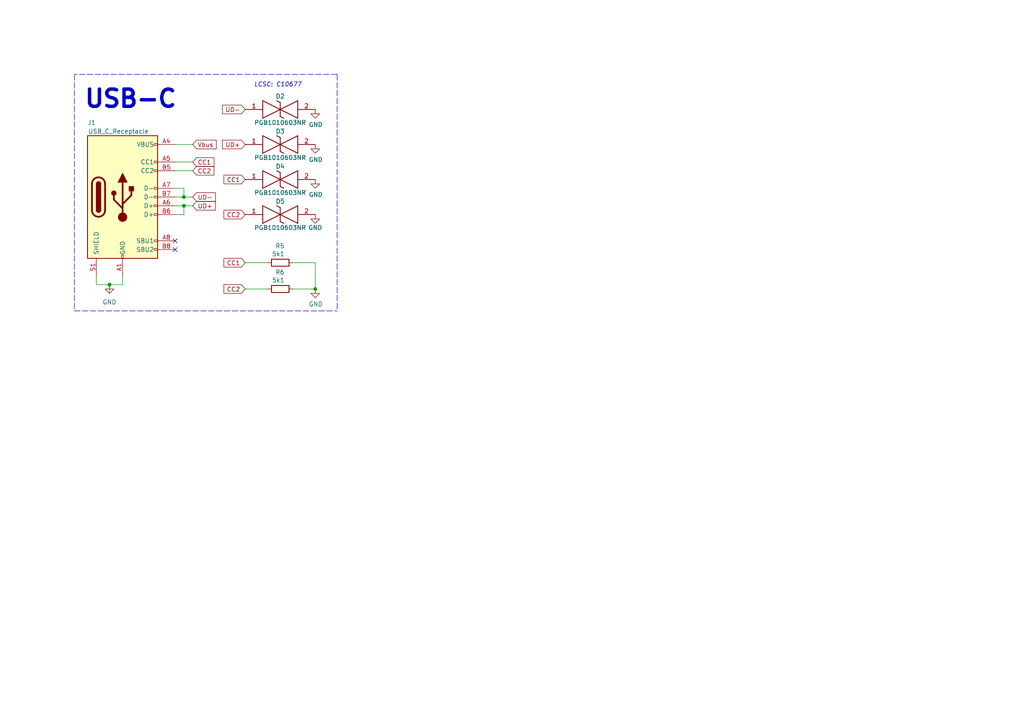
<source format=kicad_sch>
(kicad_sch (version 20211123) (generator eeschema)
  (paper "A4")
  (lib_symbols
    (symbol "Device:R" (pin_numbers hide) (pin_names (offset 0))
      (property "Reference" "R" (at 2.032 0 90))
      (property "Value" "R" (at 0 0 90))
      (symbol "R_0_1"
        (rectangle (start -1.016 -2.54) (end 1.016 2.54) (stroke (width 0.254)))
      )
      (symbol "R_1_1"
        (pin passive line (at 0 3.81 270) (length 1.27) (name "~") (number "1"))
        (pin passive line (at 0 -3.81 90) (length 1.27) (name "~") (number "2"))
      )
    )
    (symbol "PGB1010603NR:PGB1010603NR" (pin_names hide)
      (property "Value" "PGB1010603NR" (at 10.16 -6.35 0))
      (property "Reference_1" "D" (at 12.7 8.89 0))
      (property "Value_1" "PGB1010603NR" (at 12.7 6.35 0))
      (symbol "PGB1010603NR_1_1"
        (polyline (pts (xy 5.08 2.54) (xy 5.08 -2.54)) (stroke (width 0.254)))
        (polyline (pts (xy 5.08 2.54) (xy 10.16 0)) (stroke (width 0.254)))
        (polyline (pts (xy 9.144 2.54) (xy 10.16 2.032)) (stroke (width 0.254)))
        (polyline (pts (xy 10.16 -2.032) (xy 10.16 2.032)) (stroke (width 0.254)))
        (polyline (pts (xy 10.16 -2.032) (xy 11.176 -2.54)) (stroke (width 0.254)))
        (polyline (pts (xy 10.16 0) (xy 5.08 -2.54)) (stroke (width 0.254)))
        (polyline (pts (xy 10.16 0) (xy 15.24 -2.54)) (stroke (width 0.254)))
        (polyline (pts (xy 15.24 2.54) (xy 10.16 0)) (stroke (width 0.254)))
        (polyline (pts (xy 15.24 2.54) (xy 15.24 -2.54)) (stroke (width 0.254)))
        (pin passive line (at 0 0 0) (length 5.08) (name "1") (number "1"))
        (pin passive line (at 20.32 0 180) (length 5.08) (name "2") (number "2"))
      )
    )
    (symbol "power:GND" (power) (pin_names (offset 0))
      (property "Value" "GND" (at 0 -3.81 0))
      (symbol "GND_0_1"
        (polyline (pts (xy 0 0) (xy 0 -1.27) (xy 1.27 -1.27) (xy 0 -2.54) (xy -1.27 -1.27) (xy 0 -1.27)))
      )
      (symbol "GND_1_1"
        (pin power_in line (at 0 0 270) (length 0) hide (name "GND") (number "1"))
      )
    )
    (symbol "usb_c_receptacle_usb2.0:USB_C_Receptacle" (pin_names (offset 1.016))
      (property "Reference" "J" (at -10.16 19.05 0))
      (property "Value" "USB_C_Receptacle" (at 19.05 19.05 0))
      (symbol "USB_C_Receptacle_0_0"
        (rectangle (start -0.254 -17.78) (end 0.254 -16.764))
        (rectangle (start 10.16 -14.986) (end 9.144 -15.494))
        (rectangle (start 10.16 -12.446) (end 9.144 -12.954))
        (rectangle (start 10.16 -4.826) (end 9.144 -5.334))
        (rectangle (start 10.16 -2.286) (end 9.144 -2.794))
        (rectangle (start 10.16 0.254) (end 9.144 -0.254))
        (rectangle (start 10.16 2.794) (end 9.144 2.286))
        (rectangle (start 10.16 7.874) (end 9.144 7.366))
        (rectangle (start 10.16 10.414) (end 9.144 9.906))
        (rectangle (start 10.16 15.494) (end 9.144 14.986))
      )
      (symbol "USB_C_Receptacle_0_1"
        (rectangle (start -10.16 17.78) (end 10.16 -17.78) (stroke (width 0.254)) (fill (type background)))
        (arc (start -8.89 -3.81) (mid -6.985 -5.715) (end -5.08 -3.81) (stroke (width 0.508)))
        (arc (start -7.62 -3.81) (mid -6.985 -4.445) (end -6.35 -3.81) (stroke (width 0.254)))
        (arc (start -7.62 -3.81) (mid -6.985 -4.445) (end -6.35 -3.81) (stroke (width 0.254)) (fill (type outline)))
        (rectangle (start -7.62 -3.81) (end -6.35 3.81) (stroke (width 0.254)) (fill (type outline)))
        (arc (start -6.35 3.81) (mid -6.985 4.445) (end -7.62 3.81) (stroke (width 0.254)))
        (arc (start -6.35 3.81) (mid -6.985 4.445) (end -7.62 3.81) (stroke (width 0.254)) (fill (type outline)))
        (arc (start -5.08 3.81) (mid -6.985 5.715) (end -8.89 3.81) (stroke (width 0.508)))
        (circle (center -2.54 1.143) (radius 0.635) (stroke (width 0.254)) (fill (type outline)))
        (circle (center 0 -5.842) (radius 1.27) (fill (type outline)))
        (polyline (pts (xy -8.89 -3.81) (xy -8.89 3.81)) (stroke (width 0.508)))
        (polyline (pts (xy -5.08 3.81) (xy -5.08 -3.81)) (stroke (width 0.508)))
        (polyline (pts (xy 0 -5.842) (xy 0 4.318)) (stroke (width 0.508)))
        (polyline (pts (xy 0 -3.302) (xy -2.54 -0.762) (xy -2.54 0.508)) (stroke (width 0.508)))
        (polyline (pts (xy 0 -2.032) (xy 2.54 0.508) (xy 2.54 1.778)) (stroke (width 0.508)))
        (polyline (pts (xy -1.27 4.318) (xy 0 6.858) (xy 1.27 4.318) (xy -1.27 4.318)) (stroke (width 0.254)) (fill (type outline)))
        (rectangle (start 1.905 1.778) (end 3.175 3.048) (stroke (width 0.254)) (fill (type outline)))
      )
      (symbol "USB_C_Receptacle_1_1"
        (pin passive line (at 0 -22.86 90) (length 5.08) (name "GND") (number "A1"))
        (pin passive line (at 0 -22.86 90) (length 5.08) hide (name "GND") (number "A12"))
        (pin passive line (at 15.24 15.24 180) (length 5.08) (name "VBUS") (number "A4"))
        (pin bidirectional line (at 15.24 10.16 180) (length 5.08) (name "CC1") (number "A5"))
        (pin bidirectional line (at 15.24 -2.54 180) (length 5.08) (name "D+") (number "A6"))
        (pin bidirectional line (at 15.24 2.54 180) (length 5.08) (name "D-") (number "A7"))
        (pin bidirectional line (at 15.24 -12.7 180) (length 5.08) (name "SBU1") (number "A8"))
        (pin passive line (at 15.24 15.24 180) (length 5.08) hide (name "VBUS") (number "A9"))
        (pin passive line (at 0 -22.86 90) (length 5.08) hide (name "GND") (number "B1"))
        (pin passive line (at 0 -22.86 90) (length 5.08) hide (name "GND") (number "B12"))
        (pin passive line (at 15.24 15.24 180) (length 5.08) hide (name "VBUS") (number "B4"))
        (pin bidirectional line (at 15.24 7.62 180) (length 5.08) (name "CC2") (number "B5"))
        (pin bidirectional line (at 15.24 -5.08 180) (length 5.08) (name "D+") (number "B6"))
        (pin bidirectional line (at 15.24 0 180) (length 5.08) (name "D-") (number "B7"))
        (pin bidirectional line (at 15.24 -15.24 180) (length 5.08) (name "SBU2") (number "B8"))
        (pin passive line (at 15.24 15.24 180) (length 5.08) hide (name "VBUS") (number "B9"))
        (pin passive line (at -7.62 -22.86 90) (length 5.08) (name "SHIELD") (number "S1"))
      )
    )
  )
  (junction (at 91.44 83.82))
  (junction (at 53.34 59.69))
  (junction (at 31.75 82.55))
  (junction (at 53.34 57.15))
  (no_connect (at 50.8 69.85))
  (no_connect (at 50.8 72.39))
  (wire (pts (xy 31.75 82.55) (xy 31.75 85.09)))
  (wire (pts (xy 50.8 41.91) (xy 55.88 41.91)))
  (wire (pts (xy 85.09 76.2) (xy 91.44 76.2)))
  (wire (pts (xy 53.34 54.61) (xy 53.34 57.15)))
  (wire (pts (xy 35.56 80.01) (xy 35.56 82.55)))
  (wire (pts (xy 91.44 76.2) (xy 91.44 83.82)))
  (wire (pts (xy 53.34 59.69) (xy 55.88 59.69)))
  (polyline (pts (xy 21.59 90.17) (xy 97.79 90.17)))
  (wire (pts (xy 27.94 80.01) (xy 27.94 82.55)))
  (wire (pts (xy 50.8 46.99) (xy 55.88 46.99)))
  (wire (pts (xy 27.94 82.55) (xy 31.75 82.55)))
  (wire (pts (xy 50.8 49.53) (xy 55.88 49.53)))
  (polyline (pts (xy 21.59 21.59) (xy 21.59 90.17)))
  (wire (pts (xy 85.09 83.82) (xy 91.44 83.82)))
  (wire (pts (xy 53.34 62.23) (xy 53.34 59.69)))
  (polyline (pts (xy 97.79 21.59) (xy 97.79 90.17)))
  (wire (pts (xy 50.8 57.15) (xy 53.34 57.15)))
  (polyline (pts (xy 97.79 21.59) (xy 21.59 21.59)))
  (wire (pts (xy 50.8 59.69) (xy 53.34 59.69)))
  (wire (pts (xy 50.8 54.61) (xy 53.34 54.61)))
  (wire (pts (xy 53.34 57.15) (xy 55.88 57.15)))
  (wire (pts (xy 71.12 83.82) (xy 77.47 83.82)))
  (wire (pts (xy 50.8 62.23) (xy 53.34 62.23)))
  (wire (pts (xy 71.12 76.2) (xy 77.47 76.2)))
  (wire (pts (xy 31.75 82.55) (xy 35.56 82.55)))
  (text "LCSC: C10677" (at 73.66 25.4 0) (effects (font (size 1.27 1.27) italic) (justify left bottom)))
  (text "USB-C" (at 24.13 31.75 0) (effects (font (size 5 5) (thickness 1) bold) (justify left bottom)))
  (global_label "CC1" (shape input) (at 71.12 52.07 180) (property "Intersheet References" "${INTERSHEET_REFS}" (effects hide)))
  (global_label "Vbus" (shape input) (at 55.88 41.91 0) (property "Intersheet References" "${INTERSHEET_REFS}" (effects hide)))
  (global_label "CC1" (shape input) (at 71.12 76.2 180) (property "Intersheet References" "${INTERSHEET_REFS}" (effects hide)))
  (global_label "UD+" (shape input) (at 71.12 41.91 180) (property "Intersheet References" "${INTERSHEET_REFS}" (effects hide)))
  (global_label "CC2" (shape input) (at 71.12 62.23 180) (property "Intersheet References" "${INTERSHEET_REFS}" (effects hide)))
  (global_label "UD-" (shape input) (at 71.12 31.75 180) (property "Intersheet References" "${INTERSHEET_REFS}" (effects hide)))
  (global_label "CC2" (shape input) (at 55.88 49.53 0) (property "Intersheet References" "${INTERSHEET_REFS}" (effects hide)))
  (global_label "UD+" (shape input) (at 55.88 59.69 0) (property "Intersheet References" "${INTERSHEET_REFS}" (effects hide)))
  (global_label "UD-" (shape input) (at 55.88 57.15 0) (property "Intersheet References" "${INTERSHEET_REFS}" (effects hide)))
  (global_label "CC1" (shape input) (at 55.88 46.99 0) (property "Intersheet References" "${INTERSHEET_REFS}" (effects hide)))
  (global_label "CC2" (shape input) (at 71.12 83.82 180) (property "Intersheet References" "${INTERSHEET_REFS}" (effects hide)))
  (symbol (lib_id "power:GND") (at 91.44 41.91 0) (unit 1)
    (property "Reference" "#PWR0109" (effects hide))
    (property "Value" "GND" (at 91.567 46.3042 0))
  )
  (symbol (lib_id "Device:R") (at 81.28 76.2 90) (unit 1)
    (property "Reference" "R5" (at 82.55 71.3486 90) (effects (justify left)))
    (property "Value" "5k1" (at 82.55 73.66 90) (effects (justify left)))
    (property "Footprint" "Resistor_SMD:R_0603_1608Metric" (effects hide))
  )
  (symbol (lib_id "PGB1010603NR:PGB1010603NR") (at 71.12 31.75 0) (unit 1)
    (property "Reference" "D2" (at 81.28 27.94 0))
    (property "Value" "PGB1010603NR" (at 81.28 35.56 0))
    (property "Footprint" "tinker:PGB1010603NRHF" (effects hide))
    (property "Reference_1" "D" (effects hide))
    (property "Value_1" "PGB1010603NR" (effects hide))
    (property "Footprint_1" "PGB1010603NRHF" (effects hide))
    (property "Datasheet_1" "https://www.littelfuse.com/data/en/data_sheets/littelfuse_pulseguard-esd_pgb1.pdf" (effects hide))
    (property "Height" "0.36" (effects hide))
    (property "Manufacturer_Name" "LITTELFUSE" (effects hide))
    (property "Manufacturer_Part_Number" "PGB1010603NR" (effects hide))
    (property "Mouser Part Number" "576-PGB1010603NR" (effects hide))
    (property "Mouser Price/Stock" "https://www.mouser.co.uk/ProductDetail/Littelfuse/PGB1010603NR?qs=gu7KAQ731UTJOoBJUwB8FA%3D%3D" (effects hide))
    (property "Arrow Part Number" "PGB1010603NR" (effects hide))
    (property "Arrow Price/Stock" "https://www.arrow.com/en/products/pgb1010603nr/littelfuse?region=nac" (effects hide))
    (property "LCSC" "C10677" (effects hide))
    (property "DigiKey" "F3591CT-ND" (effects hide))
  )
  (symbol (lib_id "PGB1010603NR:PGB1010603NR") (at 71.12 62.23 0) (unit 1)
    (property "Reference" "D5" (at 81.28 58.42 0))
    (property "Value" "PGB1010603NR" (at 81.28 66.04 0))
    (property "Footprint" "tinker:PGB1010603NRHF" (effects hide))
    (property "Reference_1" "D" (effects hide))
    (property "Value_1" "PGB1010603NR" (effects hide))
    (property "Footprint_1" "PGB1010603NRHF" (effects hide))
    (property "Datasheet_1" "https://www.littelfuse.com/data/en/data_sheets/littelfuse_pulseguard-esd_pgb1.pdf" (effects hide))
    (property "Height" "0.36" (effects hide))
    (property "Manufacturer_Name" "LITTELFUSE" (effects hide))
    (property "Manufacturer_Part_Number" "PGB1010603NR" (effects hide))
    (property "Mouser Part Number" "576-PGB1010603NR" (effects hide))
    (property "Mouser Price/Stock" "https://www.mouser.co.uk/ProductDetail/Littelfuse/PGB1010603NR?qs=gu7KAQ731UTJOoBJUwB8FA%3D%3D" (effects hide))
    (property "Arrow Part Number" "PGB1010603NR" (effects hide))
    (property "Arrow Price/Stock" "https://www.arrow.com/en/products/pgb1010603nr/littelfuse?region=nac" (effects hide))
    (property "LCSC" "C10677" (effects hide))
    (property "DigiKey" "F3591CT-ND" (effects hide))
  )
  (symbol (lib_id "power:GND") (at 31.75 82.55 0) (unit 1)
    (property "Reference" "#PWR0105" (effects hide))
    (property "Value" "GND" (at 31.75 87.63 0))
  )
  (symbol (lib_id "PGB1010603NR:PGB1010603NR") (at 71.12 41.91 0) (unit 1)
    (property "Reference" "D3" (at 81.28 38.1 0))
    (property "Value" "PGB1010603NR" (at 81.28 45.72 0))
    (property "Footprint" "tinker:PGB1010603NRHF" (effects hide))
    (property "Reference_1" "D" (effects hide))
    (property "Value_1" "PGB1010603NR" (effects hide))
    (property "Footprint_1" "PGB1010603NRHF" (effects hide))
    (property "Datasheet_1" "https://www.littelfuse.com/data/en/data_sheets/littelfuse_pulseguard-esd_pgb1.pdf" (effects hide))
    (property "Height" "0.36" (effects hide))
    (property "Manufacturer_Name" "LITTELFUSE" (effects hide))
    (property "Manufacturer_Part_Number" "PGB1010603NR" (effects hide))
    (property "Mouser Part Number" "576-PGB1010603NR" (effects hide))
    (property "Mouser Price/Stock" "https://www.mouser.co.uk/ProductDetail/Littelfuse/PGB1010603NR?qs=gu7KAQ731UTJOoBJUwB8FA%3D%3D" (effects hide))
    (property "Arrow Part Number" "PGB1010603NR" (effects hide))
    (property "Arrow Price/Stock" "https://www.arrow.com/en/products/pgb1010603nr/littelfuse?region=nac" (effects hide))
    (property "LCSC" "C10677" (effects hide))
    (property "DigiKey" "F3591CT-ND" (effects hide))
  )
  (symbol (lib_id "PGB1010603NR:PGB1010603NR") (at 71.12 52.07 0) (unit 1)
    (property "Reference" "D4" (at 81.28 48.26 0))
    (property "Value" "PGB1010603NR" (at 81.28 55.88 0))
    (property "Footprint" "tinker:PGB1010603NRHF" (effects hide))
    (property "Reference_1" "D" (effects hide))
    (property "Value_1" "PGB1010603NR" (effects hide))
    (property "Footprint_1" "PGB1010603NRHF" (effects hide))
    (property "Datasheet_1" "https://www.littelfuse.com/data/en/data_sheets/littelfuse_pulseguard-esd_pgb1.pdf" (effects hide))
    (property "Height" "0.36" (effects hide))
    (property "Manufacturer_Name" "LITTELFUSE" (effects hide))
    (property "Manufacturer_Part_Number" "PGB1010603NR" (effects hide))
    (property "Mouser Part Number" "576-PGB1010603NR" (effects hide))
    (property "Mouser Price/Stock" "https://www.mouser.co.uk/ProductDetail/Littelfuse/PGB1010603NR?qs=gu7KAQ731UTJOoBJUwB8FA%3D%3D" (effects hide))
    (property "Arrow Part Number" "PGB1010603NR" (effects hide))
    (property "Arrow Price/Stock" "https://www.arrow.com/en/products/pgb1010603nr/littelfuse?region=nac" (effects hide))
    (property "LCSC" "C10677" (effects hide))
    (property "DigiKey" "F3591CT-ND" (effects hide))
  )
  (symbol (lib_id "usb_c_receptacle_usb2.0:USB_C_Receptacle") (at 35.56 57.15 0) (unit 1)
    (property "Reference" "J1" (at 25.4 35.56 0) (effects (justify left)))
    (property "Value" "USB_C_Receptacle" (at 43.18 38.1 0) (effects (justify right)))
    (property "Footprint" "tinker:USB_C_Receptacle_HRO_TYPE-C-31-M-12" (effects hide))
    (property "Datasheet" "https://www.usb.org/sites/default/files/documents/usb_type-c.zip" (effects hide))
    (property "LCSC" "C2765186" (effects hide))
  )
  (symbol (lib_id "Device:R") (at 81.28 83.82 90) (unit 1)
    (property "Reference" "R6" (at 82.55 78.9686 90) (effects (justify left)))
    (property "Value" "5k1" (at 82.55 81.28 90) (effects (justify left)))
    (property "Footprint" "Resistor_SMD:R_0603_1608Metric" (effects hide))
  )
  (symbol (lib_id "power:GND") (at 91.44 52.07 0) (unit 1)
    (property "Reference" "#PWR0107" (effects hide))
    (property "Value" "GND" (at 91.567 56.4642 0))
  )
  (symbol (lib_id "power:GND") (at 91.44 83.82 0) (unit 1)
    (property "Reference" "#PWR0111" (effects hide))
    (property "Value" "GND" (at 91.567 88.2142 0))
  )
  (symbol (lib_id "power:GND") (at 91.44 62.23 0) (unit 1)
    (property "Reference" "#PWR0108" (effects hide))
    (property "Value" "GND" (at 91.44 66.04 0))
  )
  (symbol (lib_id "power:GND") (at 91.44 31.75 0) (unit 1)
    (property "Reference" "#PWR0110" (effects hide))
    (property "Value" "GND" (at 91.567 36.1442 0))
  )
)
</source>
